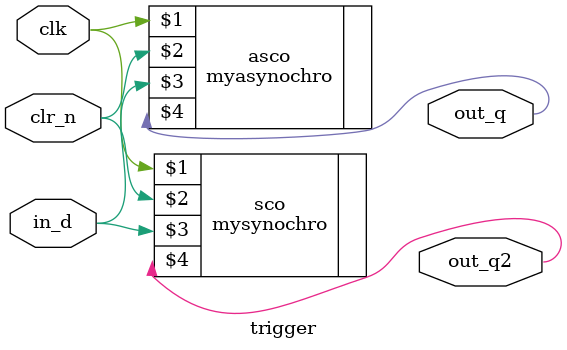
<source format=v>
module trigger(clk,clr_n,in_d,out_q,out_q2);
	input clk,clr_n,in_d;
	output out_q,out_q2;
	
	myasynochro asco(clk,clr_n,in_d,out_q);
	mysynochro sco(clk,clr_n,in_d,out_q2);
	
endmodule

</source>
